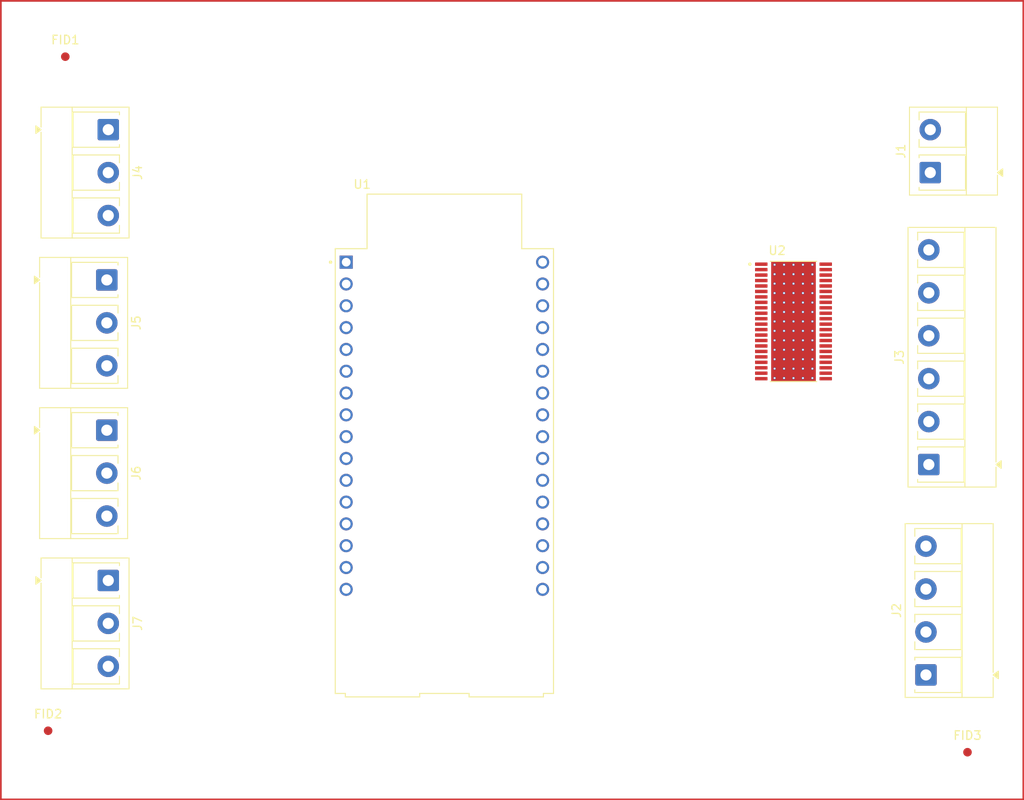
<source format=kicad_pcb>
(kicad_pcb (version 20241229) (generator "pcbnew") (generator_version "9.0")
  (layers (0 "F.Cu" signal) (2 "B.Cu" signal) (13 "F.Paste" user) (15 "B.Paste" user) (5 "F.SilkS" user "F.Silkscreen") (7 "B.SilkS" user "B.Silkscreen") (1 "F.Mask" user) (3 "B.Mask" user) (25 "Edge.Cuts" user))
  (net 0 "")
  (net 78 "/Power supply/Vin")
  (net 79 "GND")
  (net 80 "/Motor drive/A-")
  (net 81 "/Motor drive/B-")
  (net 82 "/Motor drive/B+")
  (net 83 "/Motor drive/A+")
  (net 84 "+3.3V")
  (net 85 "/Shaft encoder/B+")
  (net 86 "/Shaft encoder/B-")
  (net 87 "/Shaft encoder/A-")
  (net 88 "/Shaft encoder/A+")
  (net 89 "/Location sensors/SENSOR_OUT_STOP")
  (net 90 "+12V")
  (net 91 "/Location sensors/SENSOR_OUT_SLOW")
  (net 92 "/Location sensors/SENSOR_IN_SLOW")
  (net 93 "/Location sensors/SENSOR_IN_STOP")
  (footprint "Fiducial:Fiducial_1mm_Mask2mm" (layer "F.Cu") (at 42 123.5)
    (property "Reference" "FID2" (at 0 -1.95 0) (layer "F.SilkS"))
    (property "Value" "Fiducial")
    (pad "" smd circle (at 0 0) (size 1 1) (layers "F.Cu" "F.Mask") (clearance 0.6))
  )
  (footprint "TerminalBlock_RND:TerminalBlock_RND_205-00278_1x04_P5.00mm_Vertical" (layer "F.Cu") (at 144.1675 117 90)
    (property "Reference" "J2" (at 7.5 -3.42 90) (layer "F.SilkS"))
    (property "Value" "Conn_01x04")
    (fp_line (start 17.62 -2.42) (end 17.62 7.82) (stroke (width 0.12)) (layer "F.SilkS"))
    (fp_line (start -2.62 -2.42) (end 17.62 -2.42) (stroke (width 0.12)) (layer "F.SilkS"))
    (fp_line (start 17.05 -1.3) (end 17.05 4.1) (stroke (width 0.12)) (layer "F.SilkS"))
    (fp_line (start 16.141 -1.3) (end 17.05 -1.3) (stroke (width 0.12)) (layer "F.SilkS"))
    (fp_line (start 12.95 -1.3) (end 13.859 -1.3) (stroke (width 0.12)) (layer "F.SilkS"))
    (fp_line (start 12.05 -1.3) (end 12.05 4.1) (stroke (width 0.12)) (layer "F.SilkS"))
    (fp_line (start 11.141 -1.3) (end 12.05 -1.3) (stroke (width 0.12)) (layer "F.SilkS"))
    (fp_line (start 7.95 -1.3) (end 8.859 -1.3) (stroke (width 0.12)) (layer "F.SilkS"))
    (fp_line (start 7.05 -1.3) (end 7.05 4.1) (stroke (width 0.12)) (layer "F.SilkS"))
    (fp_line (start 6.141 -1.3) (end 7.05 -1.3) (stroke (width 0.12)) (layer "F.SilkS"))
    (fp_line (start 2.95 -1.3) (end 3.859 -1.3) (stroke (width 0.12)) (layer "F.SilkS"))
    (fp_line (start 2.05 -1.3) (end 2.05 4.1) (stroke (width 0.12)) (layer "F.SilkS"))
    (fp_line (start 1.73 -1.3) (end 2.05 -1.3) (stroke (width 0.12)) (layer "F.SilkS"))
    (fp_line (start -2.05 -1.3) (end -1.73 -1.3) (stroke (width 0.12)) (layer "F.SilkS"))
    (fp_line (start 17.05 4.1) (end 12.95 4.1) (stroke (width 0.12)) (layer "F.SilkS"))
    (fp_line (start 12.95 4.1) (end 12.95 -1.3) (stroke (width 0.12)) (layer "F.SilkS"))
    (fp_line (start 12.05 4.1) (end 7.95 4.1) (stroke (width 0.12)) (layer "F.SilkS"))
    (fp_line (start 7.95 4.1) (end 7.95 -1.3) (stroke (width 0.12)) (layer "F.SilkS"))
    (fp_line (start 7.05 4.1) (end 2.95 4.1) (stroke (width 0.12)) (layer "F.SilkS"))
    (fp_line (start 2.95 4.1) (end 2.95 -1.3) (stroke (width 0.12)) (layer "F.SilkS"))
    (fp_line (start 2.05 4.1) (end -2.05 4.1) (stroke (width 0.12)) (layer "F.SilkS"))
    (fp_line (start -2.05 4.1) (end -2.05 -1.3) (stroke (width 0.12)) (layer "F.SilkS"))
    (fp_line (start -2.62 4.2) (end 17.62 4.2) (stroke (width 0.12)) (layer "F.SilkS"))
    (fp_line (start 17.62 7.82) (end 0.3 7.82) (stroke (width 0.12)) (layer "F.SilkS"))
    (fp_line (start -0.3 7.82) (end -2.62 7.82) (stroke (width 0.12)) (layer "F.SilkS"))
    (fp_line (start -2.62 7.82) (end -2.62 -2.42) (stroke (width 0.12)) (layer "F.SilkS"))
    (fp_poly (pts (xy 0 7.82) (xy 0.44 8.43) (xy -0.44 8.43)) (stroke (width 0.12)) (fill yes) (layer "F.SilkS"))
    (pad "1" thru_hole roundrect (at 0 0 90) (size 2.5 2.5) (drill 1.3) (layers "*.Cu" "*.Mask") (roundrect_rratio 0.1) (net 83 "/Motor drive/A+"))
    (pad "2" thru_hole circle (at 5 0 90) (size 2.5 2.5) (drill 1.3) (layers "*.Cu" "*.Mask") (net 80 "/Motor drive/A-"))
    (pad "3" thru_hole circle (at 10 0 90) (size 2.5 2.5) (drill 1.3) (layers "*.Cu" "*.Mask") (net 82 "/Motor drive/B+"))
    (pad "4" thru_hole circle (at 15 0 90) (size 2.5 2.5) (drill 1.3) (layers "*.Cu" "*.Mask") (net 81 "/Motor drive/B-"))
  )
  (footprint "TerminalBlock_RND:TerminalBlock_RND_205-00280_1x06_P5.00mm_Vertical" (layer "F.Cu") (at 144.5 92.5 90)
    (property "Reference" "J3" (at 12.5 -3.42 90) (layer "F.SilkS"))
    (property "Value" "Conn_01x06")
    (fp_line (start 27.62 -2.42) (end 27.62 7.82) (stroke (width 0.12)) (layer "F.SilkS"))
    (fp_line (start -2.62 -2.42) (end 27.62 -2.42) (stroke (width 0.12)) (layer "F.SilkS"))
    (fp_line (start 27.05 -1.3) (end 27.05 4.1) (stroke (width 0.12)) (layer "F.SilkS"))
    (fp_line (start 26.141 -1.3) (end 27.05 -1.3) (stroke (width 0.12)) (layer "F.SilkS"))
    (fp_line (start 22.95 -1.3) (end 23.859 -1.3) (stroke (width 0.12)) (layer "F.SilkS"))
    (fp_line (start 22.05 -1.3) (end 22.05 4.1) (stroke (width 0.12)) (layer "F.SilkS"))
    (fp_line (start 21.141 -1.3) (end 22.05 -1.3) (stroke (width 0.12)) (layer "F.SilkS"))
    (fp_line (start 17.95 -1.3) (end 18.859 -1.3) (stroke (width 0.12)) (layer "F.SilkS"))
    (fp_line (start 17.05 -1.3) (end 17.05 4.1) (stroke (width 0.12)) (layer "F.SilkS"))
    (fp_line (start 16.141 -1.3) (end 17.05 -1.3) (stroke (width 0.12)) (layer "F.SilkS"))
    (fp_line (start 12.95 -1.3) (end 13.859 -1.3) (stroke (width 0.12)) (layer "F.SilkS"))
    (fp_line (start 12.05 -1.3) (end 12.05 4.1) (stroke (width 0.12)) (layer "F.SilkS"))
    (fp_line (start 11.141 -1.3) (end 12.05 -1.3) (stroke (width 0.12)) (layer "F.SilkS"))
    (fp_line (start 7.95 -1.3) (end 8.859 -1.3) (stroke (width 0.12)) (layer "F.SilkS"))
    (fp_line (start 7.05 -1.3) (end 7.05 4.1) (stroke (width 0.12)) (layer "F.SilkS"))
    (fp_line (start 6.141 -1.3) (end 7.05 -1.3) (stroke (width 0.12)) (layer "F.SilkS"))
    (fp_line (start 2.95 -1.3) (end 3.859 -1.3) (stroke (width 0.12)) (layer "F.SilkS"))
    (fp_line (start 2.05 -1.3) (end 2.05 4.1) (stroke (width 0.12)) (layer "F.SilkS"))
    (fp_line (start 1.73 -1.3) (end 2.05 -1.3) (stroke (width 0.12)) (layer "F.SilkS"))
    (fp_line (start -2.05 -1.3) (end -1.73 -1.3) (stroke (width 0.12)) (layer "F.SilkS"))
    (fp_line (start 27.05 4.1) (end 22.95 4.1) (stroke (width 0.12)) (layer "F.SilkS"))
    (fp_line (start 22.95 4.1) (end 22.95 -1.3) (stroke (width 0.12)) (layer "F.SilkS"))
    (fp_line (start 22.05 4.1) (end 17.95 4.1) (stroke (width 0.12)) (layer "F.SilkS"))
    (fp_line (start 17.95 4.1) (end 17.95 -1.3) (stroke (width 0.12)) (layer "F.SilkS"))
    (fp_line (start 17.05 4.1) (end 12.95 4.1) (stroke (width 0.12)) (layer "F.SilkS"))
    (fp_line (start 12.95 4.1) (end 12.95 -1.3) (stroke (width 0.12)) (layer "F.SilkS"))
    (fp_line (start 12.05 4.1) (end 7.95 4.1) (stroke (width 0.12)) (layer "F.SilkS"))
    (fp_line (start 7.95 4.1) (end 7.95 -1.3) (stroke (width 0.12)) (layer "F.SilkS"))
    (fp_line (start 7.05 4.1) (end 2.95 4.1) (stroke (width 0.12)) (layer "F.SilkS"))
    (fp_line (start 2.95 4.1) (end 2.95 -1.3) (stroke (width 0.12)) (layer "F.SilkS"))
    (fp_line (start 2.05 4.1) (end -2.05 4.1) (stroke (width 0.12)) (layer "F.SilkS"))
    (fp_line (start -2.05 4.1) (end -2.05 -1.3) (stroke (width 0.12)) (layer "F.SilkS"))
    (fp_line (start -2.62 4.2) (end 27.62 4.2) (stroke (width 0.12)) (layer "F.SilkS"))
    (fp_line (start 27.62 7.82) (end 0.3 7.82) (stroke (width 0.12)) (layer "F.SilkS"))
    (fp_line (start -0.3 7.82) (end -2.62 7.82) (stroke (width 0.12)) (layer "F.SilkS"))
    (fp_line (start -2.62 7.82) (end -2.62 -2.42) (stroke (width 0.12)) (layer "F.SilkS"))
    (fp_poly (pts (xy 0 7.82) (xy 0.44 8.43) (xy -0.44 8.43)) (stroke (width 0.12)) (fill yes) (layer "F.SilkS"))
    (pad "1" thru_hole roundrect (at 0 0 90) (size 2.5 2.5) (drill 1.3) (layers "*.Cu" "*.Mask") (roundrect_rratio 0.1) (net 85 "/Shaft encoder/B+"))
    (pad "2" thru_hole circle (at 5 0 90) (size 2.5 2.5) (drill 1.3) (layers "*.Cu" "*.Mask") (net 86 "/Shaft encoder/B-"))
    (pad "3" thru_hole circle (at 10 0 90) (size 2.5 2.5) (drill 1.3) (layers "*.Cu" "*.Mask") (net 88 "/Shaft encoder/A+"))
    (pad "4" thru_hole circle (at 15 0 90) (size 2.5 2.5) (drill 1.3) (layers "*.Cu" "*.Mask") (net 87 "/Shaft encoder/A-"))
    (pad "5" thru_hole circle (at 20 0 90) (size 2.5 2.5) (drill 1.3) (layers "*.Cu" "*.Mask") (net 84 "+3.3V"))
    (pad "6" thru_hole circle (at 25 0 90) (size 2.5 2.5) (drill 1.3) (layers "*.Cu" "*.Mask") (net 79 "GND"))
  )
  (footprint "local_library:IC_DRV8452DDWR" (layer "F.Cu") (at 128.75 75.8325)
    (property "Reference" "U2" (at -1.905 -8.255 0) (layer "F.SilkS"))
    (property "Value" "DRV8452DDWR")
    (fp_line (start -2.705 -7) (end 2.705 -7) (stroke (width 0.127)) (layer "F.SilkS"))
    (fp_line (start -2.705 7) (end 2.705 7) (stroke (width 0.127)) (layer "F.SilkS"))
    (fp_circle (center -5.08 -6.6675) (end -4.98 -6.6675) (stroke (width 0.2)) (fill no) (layer "F.SilkS"))
    (pad "1" smd roundrect (at -3.75 -6.6675) (size 1.45 0.4) (layers "F.Cu") (roundrect_rratio 0.125))
    (pad "2" smd roundrect (at -3.75 -6.0325) (size 1.45 0.4) (layers "F.Cu") (roundrect_rratio 0.125))
    (pad "3" smd roundrect (at -3.75 -5.3975) (size 1.45 0.4) (layers "F.Cu") (roundrect_rratio 0.125))
    (pad "4" smd roundrect (at -3.75 -4.7625) (size 1.45 0.4) (layers "F.Cu") (roundrect_rratio 0.125))
    (pad "5" smd roundrect (at -3.75 -4.1275) (size 1.45 0.4) (layers "F.Cu") (roundrect_rratio 0.125))
    (pad "6" smd roundrect (at -3.75 -3.4925) (size 1.45 0.4) (layers "F.Cu") (roundrect_rratio 0.125))
    (pad "7" smd roundrect (at -3.75 -2.8575) (size 1.45 0.4) (layers "F.Cu") (roundrect_rratio 0.125))
    (pad "8" smd roundrect (at -3.75 -2.2225) (size 1.45 0.4) (layers "F.Cu") (roundrect_rratio 0.125))
    (pad "9" smd roundrect (at -3.75 -1.5875) (size 1.45 0.4) (layers "F.Cu") (roundrect_rratio 0.125))
    (pad "10" smd roundrect (at -3.75 -0.9525) (size 1.45 0.4) (layers "F.Cu") (roundrect_rratio 0.125))
    (pad "11" smd roundrect (at -3.75 -0.3175) (size 1.45 0.4) (layers "F.Cu") (roundrect_rratio 0.125))
    (pad "12" smd roundrect (at -3.75 0.3175) (size 1.45 0.4) (layers "F.Cu") (roundrect_rratio 0.125))
    (pad "13" smd roundrect (at -3.75 0.9525) (size 1.45 0.4) (layers "F.Cu") (roundrect_rratio 0.125))
    (pad "14" smd roundrect (at -3.75 1.5875) (size 1.45 0.4) (layers "F.Cu") (roundrect_rratio 0.125))
    (pad "15" smd roundrect (at -3.75 2.2225) (size 1.45 0.4) (layers "F.Cu") (roundrect_rratio 0.125))
    (pad "16" smd roundrect (at -3.75 2.8575) (size 1.45 0.4) (layers "F.Cu") (roundrect_rratio 0.125))
    (pad "17" smd roundrect (at -3.75 3.4925) (size 1.45 0.4) (layers "F.Cu") (roundrect_rratio 0.125))
    (pad "18" smd roundrect (at -3.75 4.1275) (size 1.45 0.4) (layers "F.Cu") (roundrect_rratio 0.125))
    (pad "19" smd roundrect (at -3.75 4.7625) (size 1.45 0.4) (layers "F.Cu") (roundrect_rratio 0.125))
    (pad "20" smd roundrect (at -3.75 5.3975) (size 1.45 0.4) (layers "F.Cu") (roundrect_rratio 0.125))
    (pad "21" smd roundrect (at -3.75 6.0325) (size 1.45 0.4) (layers "F.Cu") (roundrect_rratio 0.125))
    (pad "22" smd roundrect (at -3.75 6.6675) (size 1.45 0.4) (layers "F.Cu") (roundrect_rratio 0.125))
    (pad "23" smd roundrect (at 3.75 6.6675) (size 1.45 0.4) (layers "F.Cu") (roundrect_rratio 0.125))
    (pad "24" smd roundrect (at 3.75 6.0325) (size 1.45 0.4) (layers "F.Cu") (roundrect_rratio 0.125))
    (pad "25" smd roundrect (at 3.75 5.3975) (size 1.45 0.4) (layers "F.Cu") (roundrect_rratio 0.125))
    (pad "26" smd roundrect (at 3.75 4.7625) (size 1.45 0.4) (layers "F.Cu") (roundrect_rratio 0.125))
    (pad "27" smd roundrect (at 3.75 4.1275) (size 1.45 0.4) (layers "F.Cu") (roundrect_rratio 0.125))
    (pad "28" smd roundrect (at 3.75 3.4925) (size 1.45 0.4) (layers "F.Cu") (roundrect_rratio 0.125))
    (pad "29" smd roundrect (at 3.75 2.8575) (size 1.45 0.4) (layers "F.Cu") (roundrect_rratio 0.125))
    (pad "30" smd roundrect (at 3.75 2.2225) (size 1.45 0.4) (layers "F.Cu") (roundrect_rratio 0.125))
    (pad "31" smd roundrect (at 3.75 1.5875) (size 1.45 0.4) (layers "F.Cu") (roundrect_rratio 0.125))
    (pad "32" smd roundrect (at 3.75 0.9525) (size 1.45 0.4) (layers "F.Cu") (roundrect_rratio 0.125))
    (pad "33" smd roundrect (at 3.75 0.3175) (size 1.45 0.4) (layers "F.Cu") (roundrect_rratio 0.125))
    (pad "34" smd roundrect (at 3.75 -0.3175) (size 1.45 0.4) (layers "F.Cu") (roundrect_rratio 0.125))
    (pad "35" smd roundrect (at 3.75 -0.9525) (size 1.45 0.4) (layers "F.Cu") (roundrect_rratio 0.125))
    (pad "36" smd roundrect (at 3.75 -1.5875) (size 1.45 0.4) (layers "F.Cu") (roundrect_rratio 0.125))
    (pad "37" smd roundrect (at 3.75 -2.2225) (size 1.45 0.4) (layers "F.Cu") (roundrect_rratio 0.125))
    (pad "38" smd roundrect (at 3.75 -2.8575) (size 1.45 0.4) (layers "F.Cu") (roundrect_rratio 0.125))
    (pad "39" smd roundrect (at 3.75 -3.4925) (size 1.45 0.4) (layers "F.Cu") (roundrect_rratio 0.125))
    (pad "40" smd roundrect (at 3.75 -4.1275) (size 1.45 0.4) (layers "F.Cu") (roundrect_rratio 0.125))
    (pad "41" smd roundrect (at 3.75 -4.7625) (size 1.45 0.4) (layers "F.Cu") (roundrect_rratio 0.125))
    (pad "42" smd roundrect (at 3.75 -5.3975) (size 1.45 0.4) (layers "F.Cu") (roundrect_rratio 0.125))
    (pad "43" smd roundrect (at 3.75 -6.0325) (size 1.45 0.4) (layers "F.Cu") (roundrect_rratio 0.125))
    (pad "44" smd roundrect (at 3.75 -6.6675) (size 1.45 0.4) (layers "F.Cu") (roundrect_rratio 0.125))
    (pad "45" smd roundrect (at 0 0) (size 5.2 14) (layers "F.Cu") (roundrect_rratio 0.01))
    (pad "46" thru_hole circle (at -2.2 -6.6) (size 0.3 0.3) (drill 0.2) (layers "*.Cu"))
    (pad "47" thru_hole circle (at -1.1 -6.6) (size 0.3 0.3) (drill 0.2) (layers "*.Cu"))
    (pad "48" thru_hole circle (at 0 -6.6) (size 0.3 0.3) (drill 0.2) (layers "*.Cu"))
    (pad "49" thru_hole circle (at 1.1 -6.6) (size 0.3 0.3) (drill 0.2) (layers "*.Cu"))
    (pad "50" thru_hole circle (at 2.2 -6.6) (size 0.3 0.3) (drill 0.2) (layers "*.Cu"))
    (pad "51" thru_hole circle (at -2.2 -5.5) (size 0.3 0.3) (drill 0.2) (layers "*.Cu"))
    (pad "52" thru_hole circle (at -1.1 -5.5) (size 0.3 0.3) (drill 0.2) (layers "*.Cu"))
    (pad "53" thru_hole circle (at 0 -5.5) (size 0.3 0.3) (drill 0.2) (layers "*.Cu"))
    (pad "54" thru_hole circle (at 1.1 -5.5) (size 0.3 0.3) (drill 0.2) (layers "*.Cu"))
    (pad "55" thru_hole circle (at 2.2 -5.5) (size 0.3 0.3) (drill 0.2) (layers "*.Cu"))
    (pad "56" thru_hole circle (at -2.2 -4.4) (size 0.3 0.3) (drill 0.2) (layers "*.Cu"))
    (pad "57" thru_hole circle (at -1.1 -4.4) (size 0.3 0.3) (drill 0.2) (layers "*.Cu"))
    (pad "58" thru_hole circle (at 0 -4.4) (size 0.3 0.3) (drill 0.2) (layers "*.Cu"))
    (pad "59" thru_hole circle (at 1.1 -4.4) (size 0.3 0.3) (drill 0.2) (layers "*.Cu"))
    (pad "60" thru_hole circle (at 2.2 -4.4) (size 0.3 0.3) (drill 0.2) (layers "*.Cu"))
    (pad "61" thru_hole circle (at -2.2 -3.3) (size 0.3 0.3) (drill 0.2) (layers "*.Cu"))
    (pad "62" thru_hole circle (at -1.1 -3.3) (size 0.3 0.3) (drill 0.2) (layers "*.Cu"))
    (pad "63" thru_hole circle (at 0 -3.3) (size 0.3 0.3) (drill 0.2) (layers "*.Cu"))
    (pad "64" thru_hole circle (at 1.1 -3.3) (size 0.3 0.3) (drill 0.2) (layers "*.Cu"))
    (pad "65" thru_hole circle (at 2.2 -3.3) (size 0.3 0.3) (drill 0.2) (layers "*.Cu"))
    (pad "66" thru_hole circle (at -2.2 -2.2) (size 0.3 0.3) (drill 0.2) (layers "*.Cu"))
    (pad "67" thru_hole circle (at -1.1 -2.2) (size 0.3 0.3) (drill 0.2) (layers "*.Cu"))
    (pad "68" thru_hole circle (at 0 -2.2) (size 0.3 0.3) (drill 0.2) (layers "*.Cu"))
    (pad "69" thru_hole circle (at 1.1 -2.2) (size 0.3 0.3) (drill 0.2) (layers "*.Cu"))
    (pad "70" thru_hole circle (at 2.2 -2.2) (size 0.3 0.3) (drill 0.2) (layers "*.Cu"))
    (pad "71" thru_hole circle (at -2.2 -1.1) (size 0.3 0.3) (drill 0.2) (layers "*.Cu"))
    (pad "72" thru_hole circle (at -1.1 -1.1) (size 0.3 0.3) (drill 0.2) (layers "*.Cu"))
    (pad "73" thru_hole circle (at 0 -1.1) (size 0.3 0.3) (drill 0.2) (layers "*.Cu"))
    (pad "74" thru_hole circle (at 1.1 -1.1) (size 0.3 0.3) (drill 0.2) (layers "*.Cu"))
    (pad "75" thru_hole circle (at 2.2 -1.1) (size 0.3 0.3) (drill 0.2) (layers "*.Cu"))
    (pad "76" thru_hole circle (at -2.2 0) (size 0.3 0.3) (drill 0.2) (layers "*.Cu"))
    (pad "77" thru_hole circle (at -1.1 0) (size 0.3 0.3) (drill 0.2) (layers "*.Cu"))
    (pad "78" thru_hole circle (at 0 0) (size 0.3 0.3) (drill 0.2) (layers "*.Cu"))
    (pad "79" thru_hole circle (at 1.1 0) (size 0.3 0.3) (drill 0.2) (layers "*.Cu"))
    (pad "80" thru_hole circle (at 2.2 0) (size 0.3 0.3) (drill 0.2) (layers "*.Cu"))
    (pad "81" thru_hole circle (at -2.2 1.1) (size 0.3 0.3) (drill 0.2) (layers "*.Cu"))
    (pad "82" thru_hole circle (at -1.1 1.1) (size 0.3 0.3) (drill 0.2) (layers "*.Cu"))
    (pad "83" thru_hole circle (at 0 1.1) (size 0.3 0.3) (drill 0.2) (layers "*.Cu"))
    (pad "84" thru_hole circle (at 1.1 1.1) (size 0.3 0.3) (drill 0.2) (layers "*.Cu"))
    (pad "85" thru_hole circle (at 2.2 1.1) (size 0.3 0.3) (drill 0.2) (layers "*.Cu"))
    (pad "86" thru_hole circle (at -2.2 2.2) (size 0.3 0.3) (drill 0.2) (layers "*.Cu"))
    (pad "87" thru_hole circle (at -1.1 2.2) (size 0.3 0.3) (drill 0.2) (layers "*.Cu"))
    (pad "88" thru_hole circle (at 0 2.2) (size 0.3 0.3) (drill 0.2) (layers "*.Cu"))
    (pad "89" thru_hole circle (at 1.1 2.2) (size 0.3 0.3) (drill 0.2) (layers "*.Cu"))
    (pad "90" thru_hole circle (at 2.2 2.2) (size 0.3 0.3) (drill 0.2) (layers "*.Cu"))
    (pad "91" thru_hole circle (at -2.2 3.3) (size 0.3 0.3) (drill 0.2) (layers "*.Cu"))
    (pad "92" thru_hole circle (at -1.1 3.3) (size 0.3 0.3) (drill 0.2) (layers "*.Cu"))
    (pad "93" thru_hole circle (at 0 3.3) (size 0.3 0.3) (drill 0.2) (layers "*.Cu"))
    (pad "94" thru_hole circle (at 1.1 3.3) (size 0.3 0.3) (drill 0.2) (layers "*.Cu"))
    (pad "95" thru_hole circle (at 2.2 3.3) (size 0.3 0.3) (drill 0.2) (layers "*.Cu"))
    (pad "96" thru_hole circle (at -2.2 4.4) (size 0.3 0.3) (drill 0.2) (layers "*.Cu"))
    (pad "97" thru_hole circle (at -1.1 4.4) (size 0.3 0.3) (drill 0.2) (layers "*.Cu"))
    (pad "98" thru_hole circle (at 0 4.4) (size 0.3 0.3) (drill 0.2) (layers "*.Cu"))
    (pad "99" thru_hole circle (at 1.1 4.4) (size 0.3 0.3) (drill 0.2) (layers "*.Cu"))
    (pad "100" thru_hole circle (at 2.2 4.4) (size 0.3 0.3) (drill 0.2) (layers "*.Cu"))
    (pad "101" thru_hole circle (at -2.2 5.5) (size 0.3 0.3) (drill 0.2) (layers "*.Cu"))
    (pad "102" thru_hole circle (at -1.1 5.5) (size 0.3 0.3) (drill 0.2) (layers "*.Cu"))
    (pad "103" thru_hole circle (at 0 5.5) (size 0.3 0.3) (drill 0.2) (layers "*.Cu"))
    (pad "104" thru_hole circle (at 1.1 5.5) (size 0.3 0.3) (drill 0.2) (layers "*.Cu"))
    (pad "105" thru_hole circle (at 2.2 5.5) (size 0.3 0.3) (drill 0.2) (layers "*.Cu"))
    (pad "106" thru_hole circle (at -2.2 6.6) (size 0.3 0.3) (drill 0.2) (layers "*.Cu"))
    (pad "107" thru_hole circle (at -1.1 6.6) (size 0.3 0.3) (drill 0.2) (layers "*.Cu"))
    (pad "108" thru_hole circle (at 0 6.6) (size 0.3 0.3) (drill 0.2) (layers "*.Cu"))
    (pad "109" thru_hole circle (at 1.1 6.6) (size 0.3 0.3) (drill 0.2) (layers "*.Cu"))
    (pad "110" thru_hole circle (at 2.2 6.6) (size 0.3 0.3) (drill 0.2) (layers "*.Cu"))
  )
  (footprint "TerminalBlock_RND:TerminalBlock_RND_205-00276_1x02_P5.00mm_Vertical" (layer "F.Cu") (at 144.6675 58.5 90)
    (property "Reference" "J1" (at 2.5 -3.42 90) (layer "F.SilkS"))
    (property "Value" "Conn_01x02")
    (fp_line (start 7.62 -2.42) (end 7.62 7.82) (stroke (width 0.12)) (layer "F.SilkS"))
    (fp_line (start -2.62 -2.42) (end 7.62 -2.42) (stroke (width 0.12)) (layer "F.SilkS"))
    (fp_line (start 7.05 -1.3) (end 7.05 4.1) (stroke (width 0.12)) (layer "F.SilkS"))
    (fp_line (start 6.141 -1.3) (end 7.05 -1.3) (stroke (width 0.12)) (layer "F.SilkS"))
    (fp_line (start 2.95 -1.3) (end 3.859 -1.3) (stroke (width 0.12)) (layer "F.SilkS"))
    (fp_line (start 2.05 -1.3) (end 2.05 4.1) (stroke (width 0.12)) (layer "F.SilkS"))
    (fp_line (start 1.73 -1.3) (end 2.05 -1.3) (stroke (width 0.12)) (layer "F.SilkS"))
    (fp_line (start -2.05 -1.3) (end -1.73 -1.3) (stroke (width 0.12)) (layer "F.SilkS"))
    (fp_line (start 7.05 4.1) (end 2.95 4.1) (stroke (width 0.12)) (layer "F.SilkS"))
    (fp_line (start 2.95 4.1) (end 2.95 -1.3) (stroke (width 0.12)) (layer "F.SilkS"))
    (fp_line (start 2.05 4.1) (end -2.05 4.1) (stroke (width 0.12)) (layer "F.SilkS"))
    (fp_line (start -2.05 4.1) (end -2.05 -1.3) (stroke (width 0.12)) (layer "F.SilkS"))
    (fp_line (start -2.62 4.2) (end 7.62 4.2) (stroke (width 0.12)) (layer "F.SilkS"))
    (fp_line (start 7.62 7.82) (end 0.3 7.82) (stroke (width 0.12)) (layer "F.SilkS"))
    (fp_line (start -0.3 7.82) (end -2.62 7.82) (stroke (width 0.12)) (layer "F.SilkS"))
    (fp_line (start -2.62 7.82) (end -2.62 -2.42) (stroke (width 0.12)) (layer "F.SilkS"))
    (fp_poly (pts (xy 0 7.82) (xy 0.44 8.43) (xy -0.44 8.43)) (stroke (width 0.12)) (fill yes) (layer "F.SilkS"))
    (pad "1" thru_hole roundrect (at 0 0 90) (size 2.5 2.5) (drill 1.3) (layers "*.Cu" "*.Mask") (roundrect_rratio 0.1) (net 78 "/Power supply/Vin"))
    (pad "2" thru_hole circle (at 5 0 90) (size 2.5 2.5) (drill 1.3) (layers "*.Cu" "*.Mask") (net 79 "GND"))
  )
  (footprint "Fiducial:Fiducial_1mm_Mask2mm" (layer "F.Cu") (at 149 126)
    (property "Reference" "FID3" (at 0 -1.95 0) (layer "F.SilkS"))
    (property "Value" "Fiducial")
    (pad "" smd circle (at 0 0) (size 1 1) (layers "F.Cu" "F.Mask") (clearance 0.6))
  )
  (footprint "TerminalBlock_RND:TerminalBlock_RND_205-00277_1x03_P5.00mm_Vertical" (layer "F.Cu") (at 49 106 -90)
    (property "Reference" "J7" (at 5 -3.42 90) (layer "F.SilkS"))
    (property "Value" "Conn_01x03")
    (fp_line (start -2.62 7.82) (end -2.62 -2.42) (stroke (width 0.12)) (layer "F.SilkS"))
    (fp_line (start -0.3 7.82) (end -2.62 7.82) (stroke (width 0.12)) (layer "F.SilkS"))
    (fp_line (start 12.62 7.82) (end 0.3 7.82) (stroke (width 0.12)) (layer "F.SilkS"))
    (fp_line (start -2.62 4.2) (end 12.62 4.2) (stroke (width 0.12)) (layer "F.SilkS"))
    (fp_line (start -2.05 4.1) (end -2.05 -1.3) (stroke (width 0.12)) (layer "F.SilkS"))
    (fp_line (start 2.05 4.1) (end -2.05 4.1) (stroke (width 0.12)) (layer "F.SilkS"))
    (fp_line (start 2.95 4.1) (end 2.95 -1.3) (stroke (width 0.12)) (layer "F.SilkS"))
    (fp_line (start 7.05 4.1) (end 2.95 4.1) (stroke (width 0.12)) (layer "F.SilkS"))
    (fp_line (start 7.95 4.1) (end 7.95 -1.3) (stroke (width 0.12)) (layer "F.SilkS"))
    (fp_line (start 12.05 4.1) (end 7.95 4.1) (stroke (width 0.12)) (layer "F.SilkS"))
    (fp_line (start -2.05 -1.3) (end -1.73 -1.3) (stroke (width 0.12)) (layer "F.SilkS"))
    (fp_line (start 1.73 -1.3) (end 2.05 -1.3) (stroke (width 0.12)) (layer "F.SilkS"))
    (fp_line (start 2.05 -1.3) (end 2.05 4.1) (stroke (width 0.12)) (layer "F.SilkS"))
    (fp_line (start 2.95 -1.3) (end 3.859 -1.3) (stroke (width 0.12)) (layer "F.SilkS"))
    (fp_line (start 6.141 -1.3) (end 7.05 -1.3) (stroke (width 0.12)) (layer "F.SilkS"))
    (fp_line (start 7.05 -1.3) (end 7.05 4.1) (stroke (width 0.12)) (layer "F.SilkS"))
    (fp_line (start 7.95 -1.3) (end 8.859 -1.3) (stroke (width 0.12)) (layer "F.SilkS"))
    (fp_line (start 11.141 -1.3) (end 12.05 -1.3) (stroke (width 0.12)) (layer "F.SilkS"))
    (fp_line (start 12.05 -1.3) (end 12.05 4.1) (stroke (width 0.12)) (layer "F.SilkS"))
    (fp_line (start -2.62 -2.42) (end 12.62 -2.42) (stroke (width 0.12)) (layer "F.SilkS"))
    (fp_line (start 12.62 -2.42) (end 12.62 7.82) (stroke (width 0.12)) (layer "F.SilkS"))
    (fp_poly (pts (xy 0 7.82) (xy 0.44 8.43) (xy -0.44 8.43)) (stroke (width 0.12)) (fill yes) (layer "F.SilkS"))
    (pad "1" thru_hole roundrect (at 0 0 270) (size 2.5 2.5) (drill 1.3) (layers "*.Cu" "*.Mask") (roundrect_rratio 0.1) (net 90 "+12V"))
    (pad "2" thru_hole circle (at 5 0 270) (size 2.5 2.5) (drill 1.3) (layers "*.Cu" "*.Mask") (net 93 "/Location sensors/SENSOR_IN_STOP"))
    (pad "3" thru_hole circle (at 10 0 270) (size 2.5 2.5) (drill 1.3) (layers "*.Cu" "*.Mask") (net 79 "GND"))
  )
  (footprint "TerminalBlock_RND:TerminalBlock_RND_205-00277_1x03_P5.00mm_Vertical" (layer "F.Cu") (at 49 53.5 -90)
    (property "Reference" "J4" (at 5 -3.42 90) (layer "F.SilkS"))
    (property "Value" "Conn_01x03")
    (fp_line (start -2.62 7.82) (end -2.62 -2.42) (stroke (width 0.12)) (layer "F.SilkS"))
    (fp_line (start -0.3 7.82) (end -2.62 7.82) (stroke (width 0.12)) (layer "F.SilkS"))
    (fp_line (start 12.62 7.82) (end 0.3 7.82) (stroke (width 0.12)) (layer "F.SilkS"))
    (fp_line (start -2.62 4.2) (end 12.62 4.2) (stroke (width 0.12)) (layer "F.SilkS"))
    (fp_line (start -2.05 4.1) (end -2.05 -1.3) (stroke (width 0.12)) (layer "F.SilkS"))
    (fp_line (start 2.05 4.1) (end -2.05 4.1) (stroke (width 0.12)) (layer "F.SilkS"))
    (fp_line (start 2.95 4.1) (end 2.95 -1.3) (stroke (width 0.12)) (layer "F.SilkS"))
    (fp_line (start 7.05 4.1) (end 2.95 4.1) (stroke (width 0.12)) (layer "F.SilkS"))
    (fp_line (start 7.95 4.1) (end 7.95 -1.3) (stroke (width 0.12)) (layer "F.SilkS"))
    (fp_line (start 12.05 4.1) (end 7.95 4.1) (stroke (width 0.12)) (layer "F.SilkS"))
    (fp_line (start -2.05 -1.3) (end -1.73 -1.3) (stroke (width 0.12)) (layer "F.SilkS"))
    (fp_line (start 1.73 -1.3) (end 2.05 -1.3) (stroke (width 0.12)) (layer "F.SilkS"))
    (fp_line (start 2.05 -1.3) (end 2.05 4.1) (stroke (width 0.12)) (layer "F.SilkS"))
    (fp_line (start 2.95 -1.3) (end 3.859 -1.3) (stroke (width 0.12)) (layer "F.SilkS"))
    (fp_line (start 6.141 -1.3) (end 7.05 -1.3) (stroke (width 0.12)) (layer "F.SilkS"))
    (fp_line (start 7.05 -1.3) (end 7.05 4.1) (stroke (width 0.12)) (layer "F.SilkS"))
    (fp_line (start 7.95 -1.3) (end 8.859 -1.3) (stroke (width 0.12)) (layer "F.SilkS"))
    (fp_line (start 11.141 -1.3) (end 12.05 -1.3) (stroke (width 0.12)) (layer "F.SilkS"))
    (fp_line (start 12.05 -1.3) (end 12.05 4.1) (stroke (width 0.12)) (layer "F.SilkS"))
    (fp_line (start -2.62 -2.42) (end 12.62 -2.42) (stroke (width 0.12)) (layer "F.SilkS"))
    (fp_line (start 12.62 -2.42) (end 12.62 7.82) (stroke (width 0.12)) (layer "F.SilkS"))
    (fp_poly (pts (xy 0 7.82) (xy 0.44 8.43) (xy -0.44 8.43)) (stroke (width 0.12)) (fill yes) (layer "F.SilkS"))
    (pad "1" thru_hole roundrect (at 0 0 270) (size 2.5 2.5) (drill 1.3) (layers "*.Cu" "*.Mask") (roundrect_rratio 0.1) (net 90 "+12V"))
    (pad "2" thru_hole circle (at 5 0 270) (size 2.5 2.5) (drill 1.3) (layers "*.Cu" "*.Mask") (net 89 "/Location sensors/SENSOR_OUT_STOP"))
    (pad "3" thru_hole circle (at 10 0 270) (size 2.5 2.5) (drill 1.3) (layers "*.Cu" "*.Mask") (net 79 "GND"))
  )
  (footprint "Fiducial:Fiducial_1mm_Mask2mm" (layer "F.Cu") (at 44 45)
    (property "Reference" "FID1" (at 0 -1.95 0) (layer "F.SilkS"))
    (property "Value" "Fiducial")
    (pad "" smd circle (at 0 0) (size 1 1) (layers "F.Cu" "F.Mask") (clearance 0.6))
  )
  (footprint "TerminalBlock_RND:TerminalBlock_RND_205-00277_1x03_P5.00mm_Vertical" (layer "F.Cu") (at 48.8325 88.5 -90)
    (property "Reference" "J6" (at 5 -3.42 90) (layer "F.SilkS"))
    (property "Value" "Conn_01x03")
    (fp_line (start -2.62 7.82) (end -2.62 -2.42) (stroke (width 0.12)) (layer "F.SilkS"))
    (fp_line (start -0.3 7.82) (end -2.62 7.82) (stroke (width 0.12)) (layer "F.SilkS"))
    (fp_line (start 12.62 7.82) (end 0.3 7.82) (stroke (width 0.12)) (layer "F.SilkS"))
    (fp_line (start -2.62 4.2) (end 12.62 4.2) (stroke (width 0.12)) (layer "F.SilkS"))
    (fp_line (start -2.05 4.1) (end -2.05 -1.3) (stroke (width 0.12)) (layer "F.SilkS"))
    (fp_line (start 2.05 4.1) (end -2.05 4.1) (stroke (width 0.12)) (layer "F.SilkS"))
    (fp_line (start 2.95 4.1) (end 2.95 -1.3) (stroke (width 0.12)) (layer "F.SilkS"))
    (fp_line (start 7.05 4.1) (end 2.95 4.1) (stroke (width 0.12)) (layer "F.SilkS"))
    (fp_line (start 7.95 4.1) (end 7.95 -1.3) (stroke (width 0.12)) (layer "F.SilkS"))
    (fp_line (start 12.05 4.1) (end 7.95 4.1) (stroke (width 0.12)) (layer "F.SilkS"))
    (fp_line (start -2.05 -1.3) (end -1.73 -1.3) (stroke (width 0.12)) (layer "F.SilkS"))
    (fp_line (start 1.73 -1.3) (end 2.05 -1.3) (stroke (width 0.12)) (layer "F.SilkS"))
    (fp_line (start 2.05 -1.3) (end 2.05 4.1) (stroke (width 0.12)) (layer "F.SilkS"))
    (fp_line (start 2.95 -1.3) (end 3.859 -1.3) (stroke (width 0.12)) (layer "F.SilkS"))
    (fp_line (start 6.141 -1.3) (end 7.05 -1.3) (stroke (width 0.12)) (layer "F.SilkS"))
    (fp_line (start 7.05 -1.3) (end 7.05 4.1) (stroke (width 0.12)) (layer "F.SilkS"))
    (fp_line (start 7.95 -1.3) (end 8.859 -1.3) (stroke (width 0.12)) (layer "F.SilkS"))
    (fp_line (start 11.141 -1.3) (end 12.05 -1.3) (stroke (width 0.12)) (layer "F.SilkS"))
    (fp_line (start 12.05 -1.3) (end 12.05 4.1) (stroke (width 0.12)) (layer "F.SilkS"))
    (fp_line (start -2.62 -2.42) (end 12.62 -2.42) (stroke (width 0.12)) (layer "F.SilkS"))
    (fp_line (start 12.62 -2.42) (end 12.62 7.82) (stroke (width 0.12)) (layer "F.SilkS"))
    (fp_poly (pts (xy 0 7.82) (xy 0.44 8.43) (xy -0.44 8.43)) (stroke (width 0.12)) (fill yes) (layer "F.SilkS"))
    (pad "1" thru_hole roundrect (at 0 0 270) (size 2.5 2.5) (drill 1.3) (layers "*.Cu" "*.Mask") (roundrect_rratio 0.1) (net 90 "+12V"))
    (pad "2" thru_hole circle (at 5 0 270) (size 2.5 2.5) (drill 1.3) (layers "*.Cu" "*.Mask") (net 92 "/Location sensors/SENSOR_IN_SLOW"))
    (pad "3" thru_hole circle (at 10 0 270) (size 2.5 2.5) (drill 1.3) (layers "*.Cu" "*.Mask") (net 79 "GND"))
  )
  (footprint "local_library:MODULE_ESP32-C6-DEVKITC-1-N8" (layer "F.Cu") (at 88.12 93.2575)
    (property "Reference" "U1" (at -9.575 -33.385 0) (layer "F.SilkS"))
    (property "Value" "ESP32-C6-DEVKITC-1-N8")
    (fp_line (start -12.7 -25.9) (end -9 -25.9) (stroke (width 0.127)) (layer "F.SilkS"))
    (fp_line (start -12.7 25.9) (end -12.7 -25.9) (stroke (width 0.127)) (layer "F.SilkS"))
    (fp_line (start -11.525 25.9) (end -12.7 25.9) (stroke (width 0.127)) (layer "F.SilkS"))
    (fp_line (start -11.525 25.9) (end -11.525 26.3) (stroke (width 0.127)) (layer "F.SilkS"))
    (fp_line (start -11.525 26.3) (end -2.875 26.3) (stroke (width 0.127)) (layer "F.SilkS"))
    (fp_line (start -9 -32.25) (end 9 -32.25) (stroke (width 0.127)) (layer "F.SilkS"))
    (fp_line (start -9 -25.9) (end -9 -32.25) (stroke (width 0.127)) (layer "F.SilkS"))
    (fp_line (start -2.875 26.3) (end -2.875 25.9) (stroke (width 0.127)) (layer "F.SilkS"))
    (fp_line (start 2.875 25.9) (end -2.875 25.9) (stroke (width 0.127)) (layer "F.SilkS"))
    (fp_line (start 2.875 25.9) (end 2.875 26.3) (stroke (width 0.127)) (layer "F.SilkS"))
    (fp_line (start 2.875 26.3) (end 11.525 26.3) (stroke (width 0.127)) (layer "F.SilkS"))
    (fp_line (start 9 -32.25) (end 9 -25.9) (stroke (width 0.127)) (layer "F.SilkS"))
    (fp_line (start 9 -25.9) (end 12.7 -25.9) (stroke (width 0.127)) (layer "F.SilkS"))
    (fp_line (start 11.525 26.3) (end 11.525 25.9) (stroke (width 0.127)) (layer "F.SilkS"))
    (fp_line (start 12.7 -25.9) (end 12.7 25.9) (stroke (width 0.127)) (layer "F.SilkS"))
    (fp_line (start 12.7 25.9) (end 11.525 25.9) (stroke (width 0.127)) (layer "F.SilkS"))
    (fp_circle (center -13.25 -24.325) (end -13.15 -24.325) (stroke (width 0.2)) (fill no) (layer "F.SilkS"))
    (pad "J1_1" thru_hole rect (at -11.43 -24.325) (size 1.524 1.524) (drill 1.016) (layers "*.Cu" "*.Mask"))
    (pad "J1_2" thru_hole circle (at -11.43 -21.785) (size 1.524 1.524) (drill 1.016) (layers "*.Cu" "*.Mask"))
    (pad "J1_3" thru_hole circle (at -11.43 -19.245) (size 1.524 1.524) (drill 1.016) (layers "*.Cu" "*.Mask"))
    (pad "J1_4" thru_hole circle (at -11.43 -16.705) (size 1.524 1.524) (drill 1.016) (layers "*.Cu" "*.Mask"))
    (pad "J1_5" thru_hole circle (at -11.43 -14.165) (size 1.524 1.524) (drill 1.016) (layers "*.Cu" "*.Mask"))
    (pad "J1_6" thru_hole circle (at -11.43 -11.625) (size 1.524 1.524) (drill 1.016) (layers "*.Cu" "*.Mask"))
    (pad "J1_7" thru_hole circle (at -11.43 -9.085) (size 1.524 1.524) (drill 1.016) (layers "*.Cu" "*.Mask"))
    (pad "J1_8" thru_hole circle (at -11.43 -6.545) (size 1.524 1.524) (drill 1.016) (layers "*.Cu" "*.Mask"))
    (pad "J1_9" thru_hole circle (at -11.43 -4.005) (size 1.524 1.524) (drill 1.016) (layers "*.Cu" "*.Mask"))
    (pad "J1_10" thru_hole circle (at -11.43 -1.465) (size 1.524 1.524) (drill 1.016) (layers "*.Cu" "*.Mask"))
    (pad "J1_11" thru_hole circle (at -11.43 1.075) (size 1.524 1.524) (drill 1.016) (layers "*.Cu" "*.Mask"))
    (pad "J1_12" thru_hole circle (at -11.43 3.615) (size 1.524 1.524) (drill 1.016) (layers "*.Cu" "*.Mask"))
    (pad "J1_13" thru_hole circle (at -11.43 6.155) (size 1.524 1.524) (drill 1.016) (layers "*.Cu" "*.Mask"))
    (pad "J1_14" thru_hole circle (at -11.43 8.695) (size 1.524 1.524) (drill 1.016) (layers "*.Cu" "*.Mask"))
    (pad "J1_15" thru_hole circle (at -11.43 11.235) (size 1.524 1.524) (drill 1.016) (layers "*.Cu" "*.Mask"))
    (pad "J1_16" thru_hole circle (at -11.43 13.775) (size 1.524 1.524) (drill 1.016) (layers "*.Cu" "*.Mask"))
    (pad "J3_1" thru_hole circle (at 11.43 -24.325) (size 1.524 1.524) (drill 1.016) (layers "*.Cu" "*.Mask"))
    (pad "J3_2" thru_hole circle (at 11.43 -21.785) (size 1.524 1.524) (drill 1.016) (layers "*.Cu" "*.Mask"))
    (pad "J3_3" thru_hole circle (at 11.43 -19.245) (size 1.524 1.524) (drill 1.016) (layers "*.Cu" "*.Mask"))
    (pad "J3_4" thru_hole circle (at 11.43 -16.705) (size 1.524 1.524) (drill 1.016) (layers "*.Cu" "*.Mask"))
    (pad "J3_5" thru_hole circle (at 11.43 -14.165) (size 1.524 1.524) (drill 1.016) (layers "*.Cu" "*.Mask"))
    (pad "J3_6" thru_hole circle (at 11.43 -11.625) (size 1.524 1.524) (drill 1.016) (layers "*.Cu" "*.Mask"))
    (pad "J3_7" thru_hole circle (at 11.43 -9.085) (size 1.524 1.524) (drill 1.016) (layers "*.Cu" "*.Mask"))
    (pad "J3_8" thru_hole circle (at 11.43 -6.545) (size 1.524 1.524) (drill 1.016) (layers "*.Cu" "*.Mask"))
    (pad "J3_9" thru_hole circle (at 11.43 -4.005) (size 1.524 1.524) (drill 1.016) (layers "*.Cu" "*.Mask"))
    (pad "J3_10" thru_hole circle (at 11.43 -1.465) (size 1.524 1.524) (drill 1.016) (layers "*.Cu" "*.Mask"))
    (pad "J3_11" thru_hole circle (at 11.43 1.075) (size 1.524 1.524) (drill 1.016) (layers "*.Cu" "*.Mask"))
    (pad "J3_12" thru_hole circle (at 11.43 3.615) (size 1.524 1.524) (drill 1.016) (layers "*.Cu" "*.Mask"))
    (pad "J3_13" thru_hole circle (at 11.43 6.155) (size 1.524 1.524) (drill 1.016) (layers "*.Cu" "*.Mask"))
    (pad "J3_14" thru_hole circle (at 11.43 8.695) (size 1.524 1.524) (drill 1.016) (layers "*.Cu" "*.Mask"))
    (pad "J3_15" thru_hole circle (at 11.43 11.235) (size 1.524 1.524) (drill 1.016) (layers "*.Cu" "*.Mask"))
    (pad "J3_16" thru_hole circle (at 11.43 13.775) (size 1.524 1.524) (drill 1.016) (layers "*.Cu" "*.Mask"))
  )
  (footprint "TerminalBlock_RND:TerminalBlock_RND_205-00277_1x03_P5.00mm_Vertical" (layer "F.Cu") (at 48.8325 71 -90)
    (property "Reference" "J5" (at 5 -3.42 90) (layer "F.SilkS"))
    (property "Value" "Conn_01x03")
    (fp_line (start -2.62 7.82) (end -2.62 -2.42) (stroke (width 0.12)) (layer "F.SilkS"))
    (fp_line (start -0.3 7.82) (end -2.62 7.82) (stroke (width 0.12)) (layer "F.SilkS"))
    (fp_line (start 12.62 7.82) (end 0.3 7.82) (stroke (width 0.12)) (layer "F.SilkS"))
    (fp_line (start -2.62 4.2) (end 12.62 4.2) (stroke (width 0.12)) (layer "F.SilkS"))
    (fp_line (start -2.05 4.1) (end -2.05 -1.3) (stroke (width 0.12)) (layer "F.SilkS"))
    (fp_line (start 2.05 4.1) (end -2.05 4.1) (stroke (width 0.12)) (layer "F.SilkS"))
    (fp_line (start 2.95 4.1) (end 2.95 -1.3) (stroke (width 0.12)) (layer "F.SilkS"))
    (fp_line (start 7.05 4.1) (end 2.95 4.1) (stroke (width 0.12)) (layer "F.SilkS"))
    (fp_line (start 7.95 4.1) (end 7.95 -1.3) (stroke (width 0.12)) (layer "F.SilkS"))
    (fp_line (start 12.05 4.1) (end 7.95 4.1) (stroke (width 0.12)) (layer "F.SilkS"))
    (fp_line (start -2.05 -1.3) (end -1.73 -1.3) (stroke (width 0.12)) (layer "F.SilkS"))
    (fp_line (start 1.73 -1.3) (end 2.05 -1.3) (stroke (width 0.12)) (layer "F.SilkS"))
    (fp_line (start 2.05 -1.3) (end 2.05 4.1) (stroke (width 0.12)) (layer "F.SilkS"))
    (fp_line (start 2.95 -1.3) (end 3.859 -1.3) (stroke (width 0.12)) (layer "F.SilkS"))
    (fp_line (start 6.141 -1.3) (end 7.05 -1.3) (stroke (width 0.12)) (layer "F.SilkS"))
    (fp_line (start 7.05 -1.3) (end 7.05 4.1) (stroke (width 0.12)) (layer "F.SilkS"))
    (fp_line (start 7.95 -1.3) (end 8.859 -1.3) (stroke (width 0.12)) (layer "F.SilkS"))
    (fp_line (start 11.141 -1.3) (end 12.05 -1.3) (stroke (width 0.12)) (layer "F.SilkS"))
    (fp_line (start 12.05 -1.3) (end 12.05 4.1) (stroke (width 0.12)) (layer "F.SilkS"))
    (fp_line (start -2.62 -2.42) (end 12.62 -2.42) (stroke (width 0.12)) (layer "F.SilkS"))
    (fp_line (start 12.62 -2.42) (end 12.62 7.82) (stroke (width 0.12)) (layer "F.SilkS"))
    (fp_poly (pts (xy 0 7.82) (xy 0.44 8.43) (xy -0.44 8.43)) (stroke (width 0.12)) (fill yes) (layer "F.SilkS"))
    (pad "1" thru_hole roundrect (at 0 0 270) (size 2.5 2.5) (drill 1.3) (layers "*.Cu" "*.Mask") (roundrect_rratio 0.1) (net 90 "+12V"))
    (pad "2" thru_hole circle (at 5 0 270) (size 2.5 2.5) (drill 1.3) (layers "*.Cu" "*.Mask") (net 91 "/Location sensors/SENSOR_OUT_SLOW"))
    (pad "3" thru_hole circle (at 10 0 270) (size 2.5 2.5) (drill 1.3) (layers "*.Cu" "*.Mask") (net 79 "GND"))
  )
  (gr_rect (start 36.5 38.5) (end 155.5 131.5) (stroke (width 0.2)) (fill no) (layer "F.Cu"))
)
</source>
